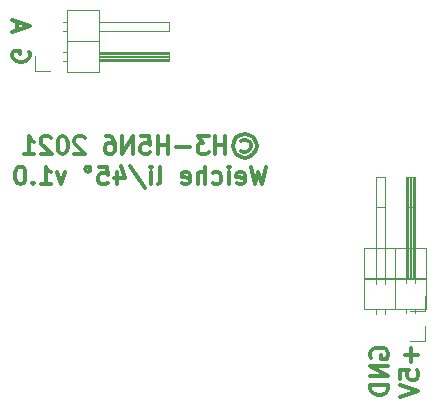
<source format=gbo>
G04 #@! TF.GenerationSoftware,KiCad,Pcbnew,5.1.10*
G04 #@! TF.CreationDate,2021-05-04T21:35:11+02:00*
G04 #@! TF.ProjectId,Weichensimulator-45links,57656963-6865-46e7-9369-6d756c61746f,rev?*
G04 #@! TF.SameCoordinates,Original*
G04 #@! TF.FileFunction,Legend,Bot*
G04 #@! TF.FilePolarity,Positive*
%FSLAX46Y46*%
G04 Gerber Fmt 4.6, Leading zero omitted, Abs format (unit mm)*
G04 Created by KiCad (PCBNEW 5.1.10) date 2021-05-04 21:35:11*
%MOMM*%
%LPD*%
G01*
G04 APERTURE LIST*
%ADD10C,0.300000*%
%ADD11C,0.120000*%
%ADD12C,3.200000*%
%ADD13C,1.800000*%
%ADD14C,0.100000*%
%ADD15C,1.500000*%
%ADD16R,1.800000X1.800000*%
%ADD17O,1.600000X1.600000*%
%ADD18C,1.600000*%
%ADD19O,1.700000X1.700000*%
%ADD20R,1.700000X1.700000*%
G04 APERTURE END LIST*
D10*
X164350000Y-118237142D02*
X164278571Y-118094285D01*
X164278571Y-117880000D01*
X164350000Y-117665714D01*
X164492857Y-117522857D01*
X164635714Y-117451428D01*
X164921428Y-117380000D01*
X165135714Y-117380000D01*
X165421428Y-117451428D01*
X165564285Y-117522857D01*
X165707142Y-117665714D01*
X165778571Y-117880000D01*
X165778571Y-118022857D01*
X165707142Y-118237142D01*
X165635714Y-118308571D01*
X165135714Y-118308571D01*
X165135714Y-118022857D01*
X165778571Y-118951428D02*
X164278571Y-118951428D01*
X165778571Y-119808571D01*
X164278571Y-119808571D01*
X165778571Y-120522857D02*
X164278571Y-120522857D01*
X164278571Y-120880000D01*
X164350000Y-121094285D01*
X164492857Y-121237142D01*
X164635714Y-121308571D01*
X164921428Y-121380000D01*
X165135714Y-121380000D01*
X165421428Y-121308571D01*
X165564285Y-121237142D01*
X165707142Y-121094285D01*
X165778571Y-120880000D01*
X165778571Y-120522857D01*
X167747142Y-117451428D02*
X167747142Y-118594285D01*
X168318571Y-118022857D02*
X167175714Y-118022857D01*
X166818571Y-120022857D02*
X166818571Y-119308571D01*
X167532857Y-119237142D01*
X167461428Y-119308571D01*
X167390000Y-119451428D01*
X167390000Y-119808571D01*
X167461428Y-119951428D01*
X167532857Y-120022857D01*
X167675714Y-120094285D01*
X168032857Y-120094285D01*
X168175714Y-120022857D01*
X168247142Y-119951428D01*
X168318571Y-119808571D01*
X168318571Y-119451428D01*
X168247142Y-119308571D01*
X168175714Y-119237142D01*
X166818571Y-120522857D02*
X168318571Y-121022857D01*
X166818571Y-121522857D01*
X134370000Y-89812857D02*
X134370000Y-90527142D01*
X133941428Y-89670000D02*
X135441428Y-90170000D01*
X133941428Y-90670000D01*
X135370000Y-92317142D02*
X135441428Y-92460000D01*
X135441428Y-92674285D01*
X135370000Y-92888571D01*
X135227142Y-93031428D01*
X135084285Y-93102857D01*
X134798571Y-93174285D01*
X134584285Y-93174285D01*
X134298571Y-93102857D01*
X134155714Y-93031428D01*
X134012857Y-92888571D01*
X133941428Y-92674285D01*
X133941428Y-92531428D01*
X134012857Y-92317142D01*
X134084285Y-92245714D01*
X134584285Y-92245714D01*
X134584285Y-92531428D01*
X153351428Y-99860714D02*
X153494285Y-99789285D01*
X153780000Y-99789285D01*
X153922857Y-99860714D01*
X154065714Y-100003571D01*
X154137142Y-100146428D01*
X154137142Y-100432142D01*
X154065714Y-100575000D01*
X153922857Y-100717857D01*
X153780000Y-100789285D01*
X153494285Y-100789285D01*
X153351428Y-100717857D01*
X153637142Y-99289285D02*
X153994285Y-99360714D01*
X154351428Y-99575000D01*
X154565714Y-99932142D01*
X154637142Y-100289285D01*
X154565714Y-100646428D01*
X154351428Y-101003571D01*
X153994285Y-101217857D01*
X153637142Y-101289285D01*
X153280000Y-101217857D01*
X152922857Y-101003571D01*
X152708571Y-100646428D01*
X152637142Y-100289285D01*
X152708571Y-99932142D01*
X152922857Y-99575000D01*
X153280000Y-99360714D01*
X153637142Y-99289285D01*
X151994285Y-101003571D02*
X151994285Y-99503571D01*
X151994285Y-100217857D02*
X151137142Y-100217857D01*
X151137142Y-101003571D02*
X151137142Y-99503571D01*
X150565714Y-99503571D02*
X149637142Y-99503571D01*
X150137142Y-100075000D01*
X149922857Y-100075000D01*
X149780000Y-100146428D01*
X149708571Y-100217857D01*
X149637142Y-100360714D01*
X149637142Y-100717857D01*
X149708571Y-100860714D01*
X149780000Y-100932142D01*
X149922857Y-101003571D01*
X150351428Y-101003571D01*
X150494285Y-100932142D01*
X150565714Y-100860714D01*
X148994285Y-100432142D02*
X147851428Y-100432142D01*
X147137142Y-101003571D02*
X147137142Y-99503571D01*
X147137142Y-100217857D02*
X146280000Y-100217857D01*
X146280000Y-101003571D02*
X146280000Y-99503571D01*
X144851428Y-99503571D02*
X145565714Y-99503571D01*
X145637142Y-100217857D01*
X145565714Y-100146428D01*
X145422857Y-100075000D01*
X145065714Y-100075000D01*
X144922857Y-100146428D01*
X144851428Y-100217857D01*
X144780000Y-100360714D01*
X144780000Y-100717857D01*
X144851428Y-100860714D01*
X144922857Y-100932142D01*
X145065714Y-101003571D01*
X145422857Y-101003571D01*
X145565714Y-100932142D01*
X145637142Y-100860714D01*
X144137142Y-101003571D02*
X144137142Y-99503571D01*
X143280000Y-101003571D01*
X143280000Y-99503571D01*
X141922857Y-99503571D02*
X142208571Y-99503571D01*
X142351428Y-99575000D01*
X142422857Y-99646428D01*
X142565714Y-99860714D01*
X142637142Y-100146428D01*
X142637142Y-100717857D01*
X142565714Y-100860714D01*
X142494285Y-100932142D01*
X142351428Y-101003571D01*
X142065714Y-101003571D01*
X141922857Y-100932142D01*
X141851428Y-100860714D01*
X141780000Y-100717857D01*
X141780000Y-100360714D01*
X141851428Y-100217857D01*
X141922857Y-100146428D01*
X142065714Y-100075000D01*
X142351428Y-100075000D01*
X142494285Y-100146428D01*
X142565714Y-100217857D01*
X142637142Y-100360714D01*
X140065714Y-99646428D02*
X139994285Y-99575000D01*
X139851428Y-99503571D01*
X139494285Y-99503571D01*
X139351428Y-99575000D01*
X139280000Y-99646428D01*
X139208571Y-99789285D01*
X139208571Y-99932142D01*
X139280000Y-100146428D01*
X140137142Y-101003571D01*
X139208571Y-101003571D01*
X138280000Y-99503571D02*
X138137142Y-99503571D01*
X137994285Y-99575000D01*
X137922857Y-99646428D01*
X137851428Y-99789285D01*
X137780000Y-100075000D01*
X137780000Y-100432142D01*
X137851428Y-100717857D01*
X137922857Y-100860714D01*
X137994285Y-100932142D01*
X138137142Y-101003571D01*
X138280000Y-101003571D01*
X138422857Y-100932142D01*
X138494285Y-100860714D01*
X138565714Y-100717857D01*
X138637142Y-100432142D01*
X138637142Y-100075000D01*
X138565714Y-99789285D01*
X138494285Y-99646428D01*
X138422857Y-99575000D01*
X138280000Y-99503571D01*
X137208571Y-99646428D02*
X137137142Y-99575000D01*
X136994285Y-99503571D01*
X136637142Y-99503571D01*
X136494285Y-99575000D01*
X136422857Y-99646428D01*
X136351428Y-99789285D01*
X136351428Y-99932142D01*
X136422857Y-100146428D01*
X137280000Y-101003571D01*
X136351428Y-101003571D01*
X134922857Y-101003571D02*
X135780000Y-101003571D01*
X135351428Y-101003571D02*
X135351428Y-99503571D01*
X135494285Y-99717857D01*
X135637142Y-99860714D01*
X135780000Y-99932142D01*
X155422857Y-102053571D02*
X155065714Y-103553571D01*
X154780000Y-102482142D01*
X154494285Y-103553571D01*
X154137142Y-102053571D01*
X152994285Y-103482142D02*
X153137142Y-103553571D01*
X153422857Y-103553571D01*
X153565714Y-103482142D01*
X153637142Y-103339285D01*
X153637142Y-102767857D01*
X153565714Y-102625000D01*
X153422857Y-102553571D01*
X153137142Y-102553571D01*
X152994285Y-102625000D01*
X152922857Y-102767857D01*
X152922857Y-102910714D01*
X153637142Y-103053571D01*
X152280000Y-103553571D02*
X152280000Y-102553571D01*
X152280000Y-102053571D02*
X152351428Y-102125000D01*
X152280000Y-102196428D01*
X152208571Y-102125000D01*
X152280000Y-102053571D01*
X152280000Y-102196428D01*
X150922857Y-103482142D02*
X151065714Y-103553571D01*
X151351428Y-103553571D01*
X151494285Y-103482142D01*
X151565714Y-103410714D01*
X151637142Y-103267857D01*
X151637142Y-102839285D01*
X151565714Y-102696428D01*
X151494285Y-102625000D01*
X151351428Y-102553571D01*
X151065714Y-102553571D01*
X150922857Y-102625000D01*
X150280000Y-103553571D02*
X150280000Y-102053571D01*
X149637142Y-103553571D02*
X149637142Y-102767857D01*
X149708571Y-102625000D01*
X149851428Y-102553571D01*
X150065714Y-102553571D01*
X150208571Y-102625000D01*
X150280000Y-102696428D01*
X148351428Y-103482142D02*
X148494285Y-103553571D01*
X148780000Y-103553571D01*
X148922857Y-103482142D01*
X148994285Y-103339285D01*
X148994285Y-102767857D01*
X148922857Y-102625000D01*
X148780000Y-102553571D01*
X148494285Y-102553571D01*
X148351428Y-102625000D01*
X148280000Y-102767857D01*
X148280000Y-102910714D01*
X148994285Y-103053571D01*
X146280000Y-103553571D02*
X146422857Y-103482142D01*
X146494285Y-103339285D01*
X146494285Y-102053571D01*
X145708571Y-103553571D02*
X145708571Y-102553571D01*
X145708571Y-102053571D02*
X145780000Y-102125000D01*
X145708571Y-102196428D01*
X145637142Y-102125000D01*
X145708571Y-102053571D01*
X145708571Y-102196428D01*
X143922857Y-101982142D02*
X145208571Y-103910714D01*
X142780000Y-102553571D02*
X142780000Y-103553571D01*
X143137142Y-101982142D02*
X143494285Y-103053571D01*
X142565714Y-103053571D01*
X141280000Y-102053571D02*
X141994285Y-102053571D01*
X142065714Y-102767857D01*
X141994285Y-102696428D01*
X141851428Y-102625000D01*
X141494285Y-102625000D01*
X141351428Y-102696428D01*
X141280000Y-102767857D01*
X141208571Y-102910714D01*
X141208571Y-103267857D01*
X141280000Y-103410714D01*
X141351428Y-103482142D01*
X141494285Y-103553571D01*
X141851428Y-103553571D01*
X141994285Y-103482142D01*
X142065714Y-103410714D01*
X140351428Y-102053571D02*
X140494285Y-102125000D01*
X140565714Y-102267857D01*
X140494285Y-102410714D01*
X140351428Y-102482142D01*
X140208571Y-102410714D01*
X140137142Y-102267857D01*
X140208571Y-102125000D01*
X140351428Y-102053571D01*
X138422857Y-102553571D02*
X138065714Y-103553571D01*
X137708571Y-102553571D01*
X136351428Y-103553571D02*
X137208571Y-103553571D01*
X136780000Y-103553571D02*
X136780000Y-102053571D01*
X136922857Y-102267857D01*
X137065714Y-102410714D01*
X137208571Y-102482142D01*
X135708571Y-103410714D02*
X135637142Y-103482142D01*
X135708571Y-103553571D01*
X135780000Y-103482142D01*
X135708571Y-103410714D01*
X135708571Y-103553571D01*
X134708571Y-102053571D02*
X134565714Y-102053571D01*
X134422857Y-102125000D01*
X134351428Y-102196428D01*
X134280000Y-102339285D01*
X134208571Y-102625000D01*
X134208571Y-102982142D01*
X134280000Y-103267857D01*
X134351428Y-103410714D01*
X134422857Y-103482142D01*
X134565714Y-103553571D01*
X134708571Y-103553571D01*
X134851428Y-103482142D01*
X134922857Y-103410714D01*
X134994285Y-103267857D01*
X135065714Y-102982142D01*
X135065714Y-102625000D01*
X134994285Y-102339285D01*
X134922857Y-102196428D01*
X134851428Y-102125000D01*
X134708571Y-102053571D01*
D11*
X135890000Y-93980000D02*
X137160000Y-93980000D01*
X135890000Y-92710000D02*
X135890000Y-93980000D01*
X138202929Y-89790000D02*
X138600000Y-89790000D01*
X138202929Y-90550000D02*
X138600000Y-90550000D01*
X147260000Y-89790000D02*
X141260000Y-89790000D01*
X147260000Y-90550000D02*
X147260000Y-89790000D01*
X141260000Y-90550000D02*
X147260000Y-90550000D01*
X138600000Y-91440000D02*
X141260000Y-91440000D01*
X138270000Y-92330000D02*
X138600000Y-92330000D01*
X138270000Y-93090000D02*
X138600000Y-93090000D01*
X141260000Y-92430000D02*
X147260000Y-92430000D01*
X141260000Y-92550000D02*
X147260000Y-92550000D01*
X141260000Y-92670000D02*
X147260000Y-92670000D01*
X141260000Y-92790000D02*
X147260000Y-92790000D01*
X141260000Y-92910000D02*
X147260000Y-92910000D01*
X141260000Y-93030000D02*
X147260000Y-93030000D01*
X147260000Y-92330000D02*
X141260000Y-92330000D01*
X147260000Y-93090000D02*
X147260000Y-92330000D01*
X141260000Y-93090000D02*
X147260000Y-93090000D01*
X141260000Y-94040000D02*
X138600000Y-94040000D01*
X141260000Y-88840000D02*
X141260000Y-94040000D01*
X138600000Y-88840000D02*
X141260000Y-88840000D01*
X138600000Y-94040000D02*
X138600000Y-88840000D01*
X168970000Y-111590000D02*
X163770000Y-111590000D01*
X163770000Y-111590000D02*
X163770000Y-108930000D01*
X163770000Y-108930000D02*
X168970000Y-108930000D01*
X168970000Y-108930000D02*
X168970000Y-111590000D01*
X168020000Y-108930000D02*
X168020000Y-102930000D01*
X168020000Y-102930000D02*
X167260000Y-102930000D01*
X167260000Y-102930000D02*
X167260000Y-108930000D01*
X167960000Y-108930000D02*
X167960000Y-102930000D01*
X167840000Y-108930000D02*
X167840000Y-102930000D01*
X167720000Y-108930000D02*
X167720000Y-102930000D01*
X167600000Y-108930000D02*
X167600000Y-102930000D01*
X167480000Y-108930000D02*
X167480000Y-102930000D01*
X167360000Y-108930000D02*
X167360000Y-102930000D01*
X168020000Y-111920000D02*
X168020000Y-111590000D01*
X167260000Y-111920000D02*
X167260000Y-111590000D01*
X166370000Y-111590000D02*
X166370000Y-108930000D01*
X165480000Y-108930000D02*
X165480000Y-102930000D01*
X165480000Y-102930000D02*
X164720000Y-102930000D01*
X164720000Y-102930000D02*
X164720000Y-108930000D01*
X165480000Y-111987071D02*
X165480000Y-111590000D01*
X164720000Y-111987071D02*
X164720000Y-111590000D01*
X167640000Y-114300000D02*
X168910000Y-114300000D01*
X168910000Y-114300000D02*
X168910000Y-113030000D01*
X168910000Y-116840000D02*
X168910000Y-115570000D01*
X167640000Y-116840000D02*
X168910000Y-116840000D01*
X164720000Y-114527071D02*
X164720000Y-114130000D01*
X165480000Y-114527071D02*
X165480000Y-114130000D01*
X164720000Y-105470000D02*
X164720000Y-111470000D01*
X165480000Y-105470000D02*
X164720000Y-105470000D01*
X165480000Y-111470000D02*
X165480000Y-105470000D01*
X166370000Y-114130000D02*
X166370000Y-111470000D01*
X167260000Y-114460000D02*
X167260000Y-114130000D01*
X168020000Y-114460000D02*
X168020000Y-114130000D01*
X167360000Y-111470000D02*
X167360000Y-105470000D01*
X167480000Y-111470000D02*
X167480000Y-105470000D01*
X167600000Y-111470000D02*
X167600000Y-105470000D01*
X167720000Y-111470000D02*
X167720000Y-105470000D01*
X167840000Y-111470000D02*
X167840000Y-105470000D01*
X167960000Y-111470000D02*
X167960000Y-105470000D01*
X167260000Y-105470000D02*
X167260000Y-111470000D01*
X168020000Y-105470000D02*
X167260000Y-105470000D01*
X168020000Y-111470000D02*
X168020000Y-105470000D01*
X168970000Y-111470000D02*
X168970000Y-114130000D01*
X163770000Y-111470000D02*
X168970000Y-111470000D01*
X163770000Y-114130000D02*
X163770000Y-111470000D01*
X168970000Y-114130000D02*
X163770000Y-114130000D01*
%LPC*%
D12*
X156210000Y-110490000D03*
D13*
X160106051Y-98973949D03*
D14*
G36*
X158310000Y-102042792D02*
G01*
X157037208Y-100770000D01*
X158310000Y-99497208D01*
X159582792Y-100770000D01*
X158310000Y-102042792D01*
G37*
D15*
X153670000Y-97790000D03*
X151130000Y-97790000D03*
X146050000Y-97790000D03*
X140970000Y-97790000D03*
X135890000Y-97790000D03*
X135890000Y-105410000D03*
X140970000Y-105410000D03*
X146050000Y-105410000D03*
X151130000Y-105410000D03*
X153670000Y-105410000D03*
D16*
X151130000Y-118110000D03*
D13*
X151130000Y-120650000D03*
X142153949Y-116926051D03*
D14*
G36*
X143950000Y-113857208D02*
G01*
X145222792Y-115130000D01*
X143950000Y-116402792D01*
X142677208Y-115130000D01*
X143950000Y-113857208D01*
G37*
D17*
X158750000Y-123190000D03*
D18*
X158750000Y-115570000D03*
D19*
X137160000Y-90170000D03*
D20*
X137160000Y-92710000D03*
X167640000Y-113030000D03*
D19*
X165100000Y-113030000D03*
X165100000Y-115570000D03*
D20*
X167640000Y-115570000D03*
D12*
X135890000Y-123190000D03*
M02*

</source>
